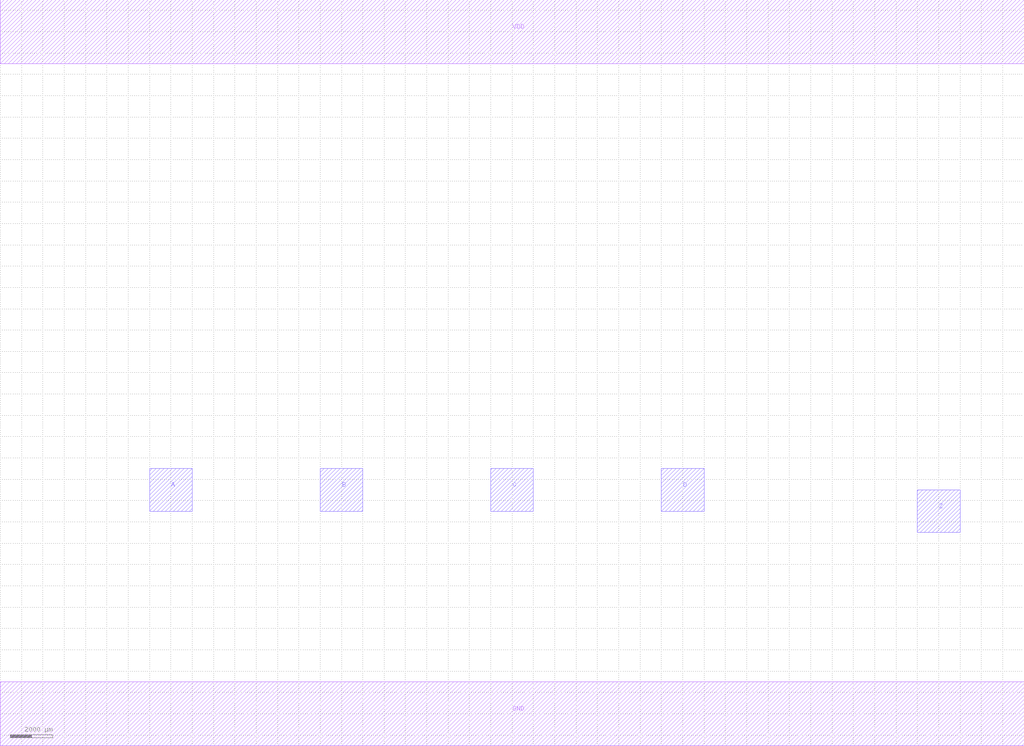
<source format=lef>
MACRO AND4
 CLASS CORE ;
 ORIGIN 0 0 ;
 FOREIGN AND4 0 0 ;
 SITE CORE ;
 SYMMETRY X Y R90 ;
  PIN VDD
   DIRECTION INOUT ;
   USE SIGNAL ;
   SHAPE ABUTMENT ;
    PORT
     CLASS CORE ;
       LAYER metal1 ;
        RECT 0.00000000 30500.00000000 48000.00000000 33500.00000000 ;
    END
  END VDD

  PIN GND
   DIRECTION INOUT ;
   USE SIGNAL ;
   SHAPE ABUTMENT ;
    PORT
     CLASS CORE ;
       LAYER metal1 ;
        RECT 0.00000000 -1500.00000000 48000.00000000 1500.00000000 ;
    END
  END GND

  PIN A
   DIRECTION INOUT ;
   USE SIGNAL ;
   SHAPE ABUTMENT ;
    PORT
     CLASS CORE ;
       LAYER metal2 ;
        RECT 7000.00000000 9500.00000000 9000.00000000 11500.00000000 ;
    END
  END A

  PIN B
   DIRECTION INOUT ;
   USE SIGNAL ;
   SHAPE ABUTMENT ;
    PORT
     CLASS CORE ;
       LAYER metal2 ;
        RECT 15000.00000000 9500.00000000 17000.00000000 11500.00000000 ;
    END
  END B

  PIN C
   DIRECTION INOUT ;
   USE SIGNAL ;
   SHAPE ABUTMENT ;
    PORT
     CLASS CORE ;
       LAYER metal2 ;
        RECT 23000.00000000 9500.00000000 25000.00000000 11500.00000000 ;
    END
  END C

  PIN D
   DIRECTION INOUT ;
   USE SIGNAL ;
   SHAPE ABUTMENT ;
    PORT
     CLASS CORE ;
       LAYER metal2 ;
        RECT 31000.00000000 9500.00000000 33000.00000000 11500.00000000 ;
    END
  END D

  PIN Z
   DIRECTION INOUT ;
   USE SIGNAL ;
   SHAPE ABUTMENT ;
    PORT
     CLASS CORE ;
       LAYER metal2 ;
        RECT 43000.00000000 8500.00000000 45000.00000000 10500.00000000 ;
    END
  END Z


END AND4

</source>
